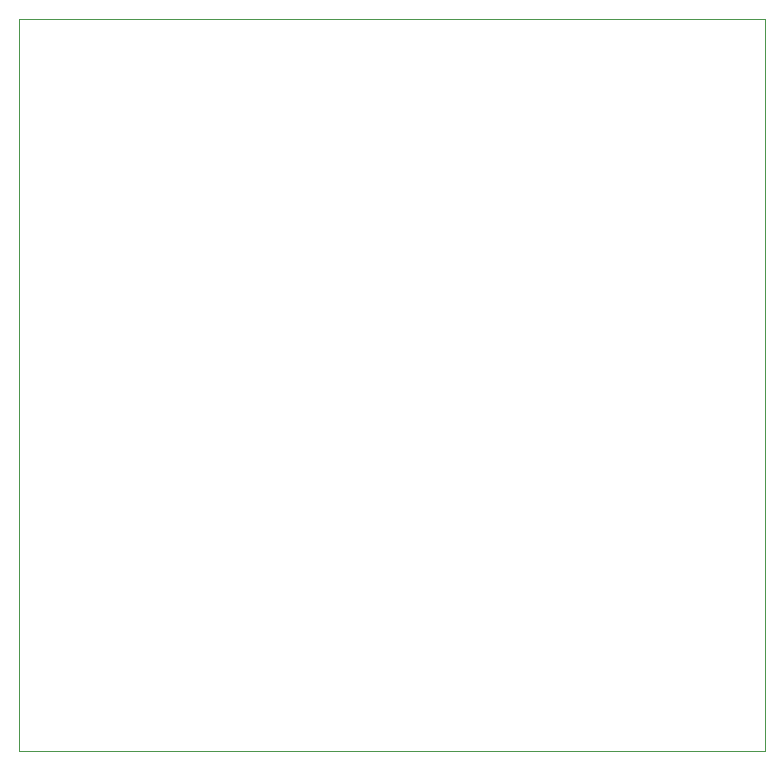
<source format=gm1>
G04 #@! TF.GenerationSoftware,KiCad,Pcbnew,(6.0.5)*
G04 #@! TF.CreationDate,2023-04-20T10:52:06+08:00*
G04 #@! TF.ProjectId,Pill Dispenser,50696c6c-2044-4697-9370-656e7365722e,rev?*
G04 #@! TF.SameCoordinates,Original*
G04 #@! TF.FileFunction,Profile,NP*
%FSLAX46Y46*%
G04 Gerber Fmt 4.6, Leading zero omitted, Abs format (unit mm)*
G04 Created by KiCad (PCBNEW (6.0.5)) date 2023-04-20 10:52:06*
%MOMM*%
%LPD*%
G01*
G04 APERTURE LIST*
G04 #@! TA.AperFunction,Profile*
%ADD10C,0.100000*%
G04 #@! TD*
G04 APERTURE END LIST*
D10*
X159200000Y-139300000D02*
X96100000Y-139300000D01*
X96100000Y-77300000D01*
X159200000Y-77300000D01*
X159200000Y-139300000D01*
M02*

</source>
